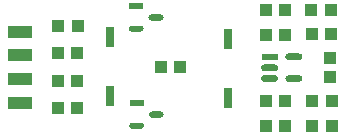
<source format=gtp>
G04 #@! TF.GenerationSoftware,KiCad,Pcbnew,9.0.4*
G04 #@! TF.CreationDate,2025-10-31T22:45:53+03:00*
G04 #@! TF.ProjectId,ECAD_main,45434144-5f6d-4616-996e-2e6b69636164,rev?*
G04 #@! TF.SameCoordinates,Original*
G04 #@! TF.FileFunction,Paste,Top*
G04 #@! TF.FilePolarity,Positive*
%FSLAX46Y46*%
G04 Gerber Fmt 4.6, Leading zero omitted, Abs format (unit mm)*
G04 Created by KiCad (PCBNEW 9.0.4) date 2025-10-31 22:45:53*
%MOMM*%
%LPD*%
G01*
G04 APERTURE LIST*
%ADD10R,1.063700X1.062130*%
%ADD11R,2.000000X1.000000*%
%ADD12R,0.750000X1.700000*%
%ADD13R,1.274350X0.532130*%
%ADD14R,1.463950X0.600000*%
%ADD15R,1.062130X1.063700*%
G04 APERTURE END LIST*
D10*
G04 #@! TO.C,R10*
X146670610Y-105000000D03*
X148329390Y-105000000D03*
G04 #@! TD*
G04 #@! TO.C,R8*
X159510610Y-109990000D03*
X161169390Y-109990000D03*
G04 #@! TD*
D11*
G04 #@! TO.C,*
X134780050Y-102013095D03*
G04 #@! TD*
D12*
G04 #@! TO.C,HL1*
X142400000Y-102450000D03*
X142400000Y-107450000D03*
G04 #@! TD*
D10*
G04 #@! TO.C,C3*
X157219310Y-107890080D03*
X155560530Y-107890080D03*
G04 #@! TD*
D11*
G04 #@! TO.C,*
X134780050Y-104013095D03*
G04 #@! TD*
D10*
G04 #@! TO.C,R7*
X161168780Y-107870000D03*
X159510000Y-107870000D03*
G04 #@! TD*
G04 #@! TO.C,C4*
X159450690Y-100159920D03*
X161109470Y-100159920D03*
G04 #@! TD*
G04 #@! TO.C,R6*
X157230000Y-110040000D03*
X155571220Y-110040000D03*
G04 #@! TD*
G04 #@! TO.C,R2*
X139629390Y-103850000D03*
X137970610Y-103850000D03*
G04 #@! TD*
D11*
G04 #@! TO.C,*
X134780050Y-106013095D03*
G04 #@! TD*
G04 #@! TO.C,*
X134780050Y-108013095D03*
G04 #@! TD*
D10*
G04 #@! TO.C,R4*
X137970610Y-108440000D03*
X139629390Y-108440000D03*
G04 #@! TD*
D13*
G04 #@! TO.C,VT2*
X144644870Y-108080000D03*
G36*
G01*
X144007695Y-109980000D02*
X144007695Y-109980000D01*
G75*
G02*
X144273760Y-109713935I266065J0D01*
G01*
X145015980Y-109713935D01*
G75*
G02*
X145282045Y-109980000I0J-266065D01*
G01*
X145282045Y-109980000D01*
G75*
G02*
X145015980Y-110246065I-266065J0D01*
G01*
X144273760Y-110246065D01*
G75*
G02*
X144007695Y-109980000I0J266065D01*
G01*
G37*
G36*
G01*
X145677955Y-109030000D02*
X145677955Y-109030000D01*
G75*
G02*
X145944020Y-108763935I266065J0D01*
G01*
X146686240Y-108763935D01*
G75*
G02*
X146952305Y-109030000I0J-266065D01*
G01*
X146952305Y-109030000D01*
G75*
G02*
X146686240Y-109296065I-266065J0D01*
G01*
X145944020Y-109296065D01*
G75*
G02*
X145677955Y-109030000I0J266065D01*
G01*
G37*
G04 #@! TD*
G04 #@! TO.C,VT1*
X144619740Y-99860000D03*
G36*
G01*
X143982565Y-101760000D02*
X143982565Y-101760000D01*
G75*
G02*
X144248630Y-101493935I266065J0D01*
G01*
X144990850Y-101493935D01*
G75*
G02*
X145256915Y-101760000I0J-266065D01*
G01*
X145256915Y-101760000D01*
G75*
G02*
X144990850Y-102026065I-266065J0D01*
G01*
X144248630Y-102026065D01*
G75*
G02*
X143982565Y-101760000I0J266065D01*
G01*
G37*
G36*
G01*
X145652825Y-100810000D02*
X145652825Y-100810000D01*
G75*
G02*
X145918890Y-100543935I266065J0D01*
G01*
X146661110Y-100543935D01*
G75*
G02*
X146927175Y-100810000I0J-266065D01*
G01*
X146927175Y-100810000D01*
G75*
G02*
X146661110Y-101076065I-266065J0D01*
G01*
X145918890Y-101076065D01*
G75*
G02*
X145652825Y-100810000I0J266065D01*
G01*
G37*
G04 #@! TD*
D10*
G04 #@! TO.C,R9*
X161119390Y-102220000D03*
X159460610Y-102220000D03*
G04 #@! TD*
D14*
G04 #@! TO.C,DD1*
X155907130Y-104168685D03*
G36*
G01*
X155175155Y-105070955D02*
X155175155Y-105070955D01*
G75*
G02*
X155475155Y-104770955I300000J0D01*
G01*
X156339105Y-104770955D01*
G75*
G02*
X156639105Y-105070955I0J-300000D01*
G01*
X156639105Y-105070955D01*
G75*
G02*
X156339105Y-105370955I-300000J0D01*
G01*
X155475155Y-105370955D01*
G75*
G02*
X155175155Y-105070955I0J300000D01*
G01*
G37*
G36*
G01*
X155175155Y-105973235D02*
X155175155Y-105973235D01*
G75*
G02*
X155475155Y-105673235I300000J0D01*
G01*
X156339105Y-105673235D01*
G75*
G02*
X156639105Y-105973235I0J-300000D01*
G01*
X156639105Y-105973235D01*
G75*
G02*
X156339105Y-106273235I-300000J0D01*
G01*
X155475155Y-106273235D01*
G75*
G02*
X155175155Y-105973235I0J300000D01*
G01*
G37*
G36*
G01*
X157226065Y-105985385D02*
X157226065Y-105985385D01*
G75*
G02*
X157526065Y-105685385I300000J0D01*
G01*
X158390015Y-105685385D01*
G75*
G02*
X158690015Y-105985385I0J-300000D01*
G01*
X158690015Y-105985385D01*
G75*
G02*
X158390015Y-106285385I-300000J0D01*
G01*
X157526065Y-106285385D01*
G75*
G02*
X157226065Y-105985385I0J300000D01*
G01*
G37*
G36*
G01*
X157226065Y-104140545D02*
X157226065Y-104140545D01*
G75*
G02*
X157526065Y-103840545I300000J0D01*
G01*
X158390015Y-103840545D01*
G75*
G02*
X158690015Y-104140545I0J-300000D01*
G01*
X158690015Y-104140545D01*
G75*
G02*
X158390015Y-104440545I-300000J0D01*
G01*
X157526065Y-104440545D01*
G75*
G02*
X157226065Y-104140545I0J300000D01*
G01*
G37*
G04 #@! TD*
D12*
G04 #@! TO.C,HL2*
X152400000Y-102600000D03*
X152400000Y-107600000D03*
G04 #@! TD*
D10*
G04 #@! TO.C,R1*
X138000000Y-101500000D03*
X139658780Y-101500000D03*
G04 #@! TD*
G04 #@! TO.C,R3*
X155580610Y-100170000D03*
X157239390Y-100170000D03*
G04 #@! TD*
D15*
G04 #@! TO.C,C2*
X161062200Y-104217065D03*
X161062200Y-105875845D03*
G04 #@! TD*
D10*
G04 #@! TO.C,C1*
X157219310Y-102270080D03*
X155560530Y-102270080D03*
G04 #@! TD*
G04 #@! TO.C,R5*
X139630000Y-106160000D03*
X137971220Y-106160000D03*
G04 #@! TD*
M02*

</source>
